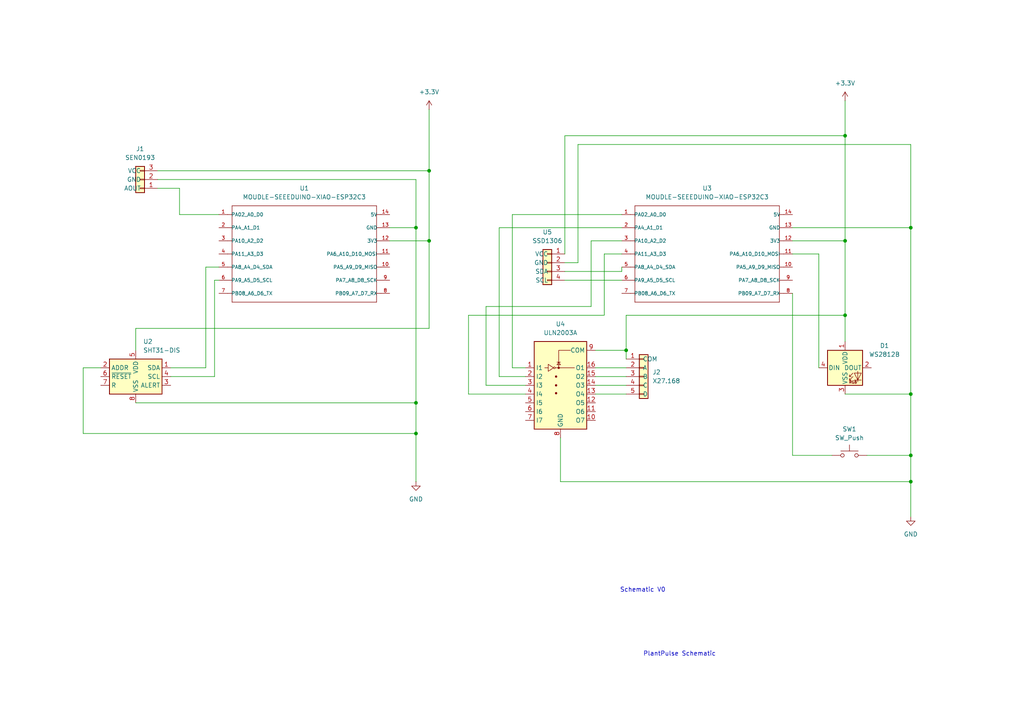
<source format=kicad_sch>
(kicad_sch (version 20250114) (generator "eeschema") (generator_version "9.0")
  (paper "A4")
  (lib_symbols
    (symbol "Connector_Generic:Conn_01x03" (pin_names (offset 1.016))
      (property "Reference" "J1" (at 0 -8.89 0))
      (property "Value" "SEN0193" (at 0 -6.35 0))
      (symbol "Conn_01x03_1_1"
        (rectangle (start -1.27 3.81) (end 1.27 -3.81) (stroke (width 0.254)) (fill (type background)))
        (rectangle (start -1.27 2.667) (end 0 2.413) (stroke (width 0.1524)))
        (rectangle (start -1.27 0.127) (end 0 -0.127) (stroke (width 0.1524)))
        (rectangle (start -1.27 -2.413) (end 0 -2.667) (stroke (width 0.1524)))
        (pin passive line (at -5.08 2.54 0) (length 3.81) (name "AOUT") (number "1"))
        (pin passive line (at -5.08 0 0) (length 3.81) (name "GND") (number "2"))
        (pin passive line (at -5.08 -2.54 0) (length 3.81) (name "VCC") (number "3"))
      )
    )
    (symbol "Connector_Generic:Conn_01x04" (pin_names (offset 1.016))
      (property "Reference" "JW" (at 0 -11.43 0))
      (property "Value" "SSD1306" (at 0 -8.89 0))
      (symbol "Conn_01x04_1_1"
        (rectangle (start -1.27 3.81) (end 1.27 -6.35) (stroke (width 0.254)) (fill (type background)))
        (rectangle (start -1.27 2.667) (end 0 2.413) (stroke (width 0.1524)))
        (rectangle (start -1.27 0.127) (end 0 -0.127) (stroke (width 0.1524)))
        (rectangle (start -1.27 -2.413) (end 0 -2.667) (stroke (width 0.1524)))
        (rectangle (start -1.27 -4.953) (end 0 -5.207) (stroke (width 0.1524)))
        (pin passive line (at -5.08 2.54 0) (length 3.81) (name "SCL") (number "4"))
        (pin passive line (at -5.08 0 0) (length 3.81) (name "SDA") (number "3"))
        (pin passive line (at -5.08 -2.54 0) (length 3.81) (name "GND") (number "2"))
        (pin passive line (at -5.08 -5.08 0) (length 3.81) (name "VCC") (number "1"))
      )
    )
    (symbol "Connector_Generic:Conn_01x05" (pin_names (offset 1.016))
      (property "Reference" "J2" (at 2.54 1.2701 0))
      (property "Value" "X27.168" (at 2.54 -1.2699 0))
      (symbol "Conn_01x05_1_1"
        (rectangle (start -1.27 6.35) (end 1.27 -6.35) (stroke (width 0.254)) (fill (type background)))
        (rectangle (start -1.27 5.207) (end 0 4.953) (stroke (width 0.1524)))
        (rectangle (start -1.27 2.667) (end 0 2.413) (stroke (width 0.1524)))
        (rectangle (start -1.27 0.127) (end 0 -0.127) (stroke (width 0.1524)))
        (rectangle (start -1.27 -2.413) (end 0 -2.667) (stroke (width 0.1524)))
        (rectangle (start -1.27 -4.953) (end 0 -5.207) (stroke (width 0.1524)))
        (pin passive line (at -5.08 5.08 0) (length 3.81) (name "COM") (number "1"))
        (pin passive line (at -5.08 2.54 0) (length 3.81) (name "A") (number "2"))
        (pin passive line (at -5.08 0 0) (length 3.81) (name "B") (number "3"))
        (pin passive line (at -5.08 -2.54 0) (length 3.81) (name "C") (number "4"))
        (pin passive line (at -5.08 -5.08 0) (length 3.81) (name "D") (number "5"))
      )
    )
    (symbol "LED:WS2812B" (pin_names (offset 0.254))
      (property "Reference" "D" (at 5.08 5.715 0))
      (property "Value" "WS2812B" (at 1.27 -5.715 0))
      (symbol "WS2812B_0_0"
        (text "RGB" (at 2.286 -4.191 0) (effects (font (size 0.762 0.762))))
      )
      (symbol "WS2812B_0_1"
        (polyline (pts (xy 1.27 -2.54) (xy 1.778 -2.54)))
        (polyline (pts (xy 1.27 -3.556) (xy 1.778 -3.556)))
        (polyline (pts (xy 2.286 -1.524) (xy 1.27 -2.54) (xy 1.27 -2.032)))
        (polyline (pts (xy 2.286 -2.54) (xy 1.27 -3.556) (xy 1.27 -3.048)))
        (polyline (pts (xy 3.683 -1.016) (xy 3.683 -3.556) (xy 3.683 -4.064)))
        (polyline (pts (xy 4.699 -1.524) (xy 2.667 -1.524) (xy 3.683 -3.556) (xy 4.699 -1.524)))
        (polyline (pts (xy 4.699 -3.556) (xy 2.667 -3.556)))
        (rectangle (start 5.08 5.08) (end -5.08 -5.08) (stroke (width 0.254)) (fill (type background)))
      )
      (symbol "WS2812B_1_1"
        (pin input line (at -7.62 0 0) (length 2.54) (name "DIN") (number "4"))
        (pin power_in line (at 0 7.62 270) (length 2.54) (name "VDD") (number "1"))
        (pin power_in line (at 0 -7.62 90) (length 2.54) (name "VSS") (number "3"))
        (pin output line (at 7.62 0 180) (length 2.54) (name "DOUT") (number "2"))
      )
    )
    (symbol "Sensor_Humidity:SHT31-DIS"
      (property "Reference" "U" (at -6.35 6.35 0))
      (property "Value" "SHT31-DIS" (at 6.35 6.35 0))
      (symbol "SHT31-DIS_0_1"
        (rectangle (start -7.62 5.08) (end 7.62 -5.08) (stroke (width 0.254)) (fill (type background)))
      )
      (symbol "SHT31-DIS_1_1"
        (pin input line (at -10.16 2.54 0) (length 2.54) (name "ADDR") (number "2"))
        (pin input line (at -10.16 0 0) (length 2.54) (name "~{RESET}") (number "6"))
        (pin passive line (at -10.16 -2.54 0) (length 2.54) (name "R") (number "7"))
        (pin power_in line (at 0 7.62 270) (length 2.54) (name "VDD") (number "5"))
        (pin power_in line (at 0 -7.62 90) (length 2.54) (name "VSS") (number "8"))
        (pin passive line (at 0 -7.62 90) (length 2.54) (hide yes) (name "VSS") (number "9"))
        (pin bidirectional line (at 10.16 2.54 180) (length 2.54) (name "SDA") (number "1"))
        (pin input line (at 10.16 0 180) (length 2.54) (name "SCL") (number "4"))
        (pin output line (at 10.16 -2.54 180) (length 2.54) (name "ALERT") (number "3"))
      )
    )
    (symbol "Switch:SW_Push" (pin_numbers (hide yes)) (pin_names (offset 1.016) (hide yes))
      (property "Reference" "SW" (at 1.27 2.54 0))
      (property "Value" "SW_Push" (at 0 -1.524 0))
      (symbol "SW_Push_0_1"
        (circle (center -2.032 0) (radius 0.508))
        (polyline (pts (xy 0 1.27) (xy 0 3.048)))
        (circle (center 2.032 0) (radius 0.508))
        (polyline (pts (xy 2.54 1.27) (xy -2.54 1.27)))
        (pin passive line (at -5.08 0 0) (length 2.54) (name "1") (number "1"))
        (pin passive line (at 5.08 0 180) (length 2.54) (name "2") (number "2"))
      )
    )
    (symbol "Transistor_Array:ULN2003A"
      (property "Reference" "U" (at 0 15.875 0))
      (property "Value" "ULN2003A" (at 0 13.97 0))
      (symbol "ULN2003A_0_1"
        (rectangle (start -7.62 -12.7) (end 7.62 12.7) (stroke (width 0.254)) (fill (type background)))
        (polyline (pts (xy -4.572 5.08) (xy -3.556 5.08)))
        (polyline (pts (xy -3.556 6.096) (xy -3.556 4.064) (xy -2.032 5.08) (xy -3.556 6.096)))
        (circle (center -1.778 5.08) (radius 0.254))
        (polyline (pts (xy -1.524 5.08) (xy 4.064 5.08)))
        (circle (center -1.27 2.54) (radius 0.254) (fill (type outline)))
        (circle (center -1.27 0) (radius 0.254) (fill (type outline)))
        (circle (center -1.27 -2.286) (radius 0.254) (fill (type outline)))
        (circle (center -0.508 5.08) (radius 0.254) (fill (type outline)))
        (polyline (pts (xy -0.508 5.08) (xy -0.508 10.16) (xy 2.921 10.16)))
        (polyline (pts (xy 0 6.731) (xy -1.016 6.731)))
        (polyline (pts (xy 0 5.969) (xy -1.016 5.969) (xy -0.508 6.731) (xy 0 5.969)))
      )
      (symbol "ULN2003A_1_1"
        (pin input line (at -10.16 5.08 0) (length 2.54) (name "I1") (number "1"))
        (pin input line (at -10.16 2.54 0) (length 2.54) (name "I2") (number "2"))
        (pin input line (at -10.16 0 0) (length 2.54) (name "I3") (number "3"))
        (pin input line (at -10.16 -2.54 0) (length 2.54) (name "I4") (number "4"))
        (pin input line (at -10.16 -5.08 0) (length 2.54) (name "I5") (number "5"))
        (pin input line (at -10.16 -7.62 0) (length 2.54) (name "I6") (number "6"))
        (pin input line (at -10.16 -10.16 0) (length 2.54) (name "I7") (number "7"))
        (pin power_in line (at 0 -15.24 90) (length 2.54) (name "GND") (number "8"))
        (pin passive line (at 10.16 10.16 180) (length 2.54) (name "COM") (number "9"))
        (pin open_collector line (at 10.16 5.08 180) (length 2.54) (name "O1") (number "16"))
        (pin open_collector line (at 10.16 2.54 180) (length 2.54) (name "O2") (number "15"))
        (pin open_collector line (at 10.16 0 180) (length 2.54) (name "O3") (number "14"))
        (pin open_collector line (at 10.16 -2.54 180) (length 2.54) (name "O4") (number "13"))
        (pin open_collector line (at 10.16 -5.08 180) (length 2.54) (name "O5") (number "12"))
        (pin open_collector line (at 10.16 -7.62 180) (length 2.54) (name "O6") (number "11"))
        (pin open_collector line (at 10.16 -10.16 180) (length 2.54) (name "O7") (number "10"))
      )
    )
    (symbol "XIAo-ESP32-C3:MOUDLE-SEEEDUINO-XIAO-ESP32C3" (pin_names (offset 1.016))
      (property "Reference" "U" (at -21.59 15.24 0))
      (property "Value" "MOUDLE-SEEEDUINO-XIAO-ESP32C3" (at -21.59 13.97 0))
      (symbol "MOUDLE-SEEEDUINO-XIAO-ESP32C3_0_0"
        (polyline (pts (xy -21.59 13.97) (xy 20.32 13.97)) (stroke (width 0.1524)))
        (polyline (pts (xy -21.59 11.43) (xy -22.86 11.43)) (stroke (width 0.1524)))
        (polyline (pts (xy -21.59 11.43) (xy -21.59 13.97)) (stroke (width 0.1524)))
        (polyline (pts (xy -21.59 7.62) (xy -22.86 7.62)) (stroke (width 0.1524)))
        (polyline (pts (xy -21.59 7.62) (xy -21.59 11.43)) (stroke (width 0.1524)))
        (polyline (pts (xy -21.59 3.81) (xy -22.86 3.81)) (stroke (width 0.1524)))
        (polyline (pts (xy -21.59 3.81) (xy -21.59 7.62)) (stroke (width 0.1524)))
        (polyline (pts (xy -21.59 0) (xy -22.86 0)) (stroke (width 0.1524)))
        (polyline (pts (xy -21.59 0) (xy -21.59 3.81)) (stroke (width 0.1524)))
        (polyline (pts (xy -21.59 -3.81) (xy -22.86 -3.81)) (stroke (width 0.1524)))
        (polyline (pts (xy -21.59 -7.62) (xy -22.86 -7.62)) (stroke (width 0.1524)))
        (polyline (pts (xy -21.59 -11.43) (xy -22.86 -11.43)) (stroke (width 0.1524)))
        (polyline (pts (xy -21.59 -13.97) (xy -21.59 0)) (stroke (width 0.1524)))
        (polyline (pts (xy 20.32 13.97) (xy 20.32 11.43)) (stroke (width 0.1524)))
        (polyline (pts (xy 20.32 11.43) (xy 20.32 7.62)) (stroke (width 0.1524)))
        (polyline (pts (xy 20.32 7.62) (xy 20.32 3.81)) (stroke (width 0.1524)))
        (polyline (pts (xy 20.32 3.81) (xy 20.32 -13.97)) (stroke (width 0.1524)))
        (polyline (pts (xy 20.32 -13.97) (xy -21.59 -13.97)) (stroke (width 0.1524)))
        (polyline (pts (xy 21.59 11.43) (xy 20.32 11.43)) (stroke (width 0.1524)))
        (polyline (pts (xy 21.59 7.62) (xy 20.32 7.62)) (stroke (width 0.1524)))
        (polyline (pts (xy 21.59 3.81) (xy 20.32 3.81)) (stroke (width 0.1524)))
        (polyline (pts (xy 21.59 0) (xy 20.32 0)) (stroke (width 0.1524)))
        (polyline (pts (xy 21.59 -3.81) (xy 20.32 -3.81)) (stroke (width 0.1524)))
        (polyline (pts (xy 21.59 -7.62) (xy 20.32 -7.62)) (stroke (width 0.1524)))
        (polyline (pts (xy 21.59 -11.43) (xy 20.32 -11.43)) (stroke (width 0.1524)))
        (pin bidirectional line (at -25.4 11.43 0) (length 2.54) (name "PA02_A0_D0") (number "1"))
        (pin bidirectional line (at -25.4 7.62 0) (length 2.54) (name "PA4_A1_D1") (number "2"))
        (pin bidirectional line (at -25.4 3.81 0) (length 2.54) (name "PA10_A2_D2") (number "3"))
        (pin bidirectional line (at -25.4 0 0) (length 2.54) (name "PA11_A3_D3") (number "4"))
        (pin bidirectional line (at -25.4 -3.81 0) (length 2.54) (name "PA8_A4_D4_SDA") (number "5"))
        (pin bidirectional line (at -25.4 -7.62 0) (length 2.54) (name "PA9_A5_D5_SCL") (number "6"))
        (pin bidirectional line (at -25.4 -11.43 0) (length 2.54) (name "PB08_A6_D6_TX") (number "7"))
        (pin bidirectional line (at 24.13 11.43 180) (length 2.54) (name "5V") (number "14"))
        (pin bidirectional line (at 24.13 7.62 180) (length 2.54) (name "GND") (number "13"))
        (pin bidirectional line (at 24.13 3.81 180) (length 2.54) (name "3V3") (number "12"))
        (pin bidirectional line (at 24.13 0 180) (length 2.54) (name "PA6_A10_D10_MOSI") (number "11"))
        (pin bidirectional line (at 24.13 -3.81 180) (length 2.54) (name "PA5_A9_D9_MISO") (number "10"))
        (pin bidirectional line (at 24.13 -7.62 180) (length 2.54) (name "PA7_A8_D8_SCK") (number "9"))
        (pin bidirectional line (at 24.13 -11.43 180) (length 2.54) (name "PB09_A7_D7_RX") (number "8"))
      )
    )
    (symbol "power:+3.3V" (power) (pin_numbers (hide yes)) (pin_names (offset 0) (hide yes))
      (property "Value" "+3.3V" (at 0 3.556 0))
      (symbol "+3.3V_0_1"
        (polyline (pts (xy -0.762 1.27) (xy 0 2.54)))
        (polyline (pts (xy 0 2.54) (xy 0.762 1.27)))
        (polyline (pts (xy 0 0) (xy 0 2.54)))
      )
      (symbol "+3.3V_1_1"
        (pin power_in line (at 0 0 90) (length 0) (name "~") (number "1"))
      )
    )
    (symbol "power:GND" (power) (pin_numbers (hide yes)) (pin_names (offset 0) (hide yes))
      (property "Value" "GND" (at 0 -3.81 0))
      (symbol "GND_0_1"
        (polyline (pts (xy 0 0) (xy 0 -1.27) (xy 1.27 -1.27) (xy 0 -2.54) (xy -1.27 -1.27) (xy 0 -1.27)))
      )
      (symbol "GND_1_1"
        (pin power_in line (at 0 0 270) (length 0) (name "~") (number "1"))
      )
    )
  )
  (text "PlantPulse Schematic" (at 197.104 189.738 0) (effects (font (size 1.27 1.27))))
  (text "Schematic V0" (at 186.436 171.196 0) (effects (font (size 1.27 1.27))))
  (junction (at 124.46 49.53))
  (junction (at 264.16 132.08))
  (junction (at 264.16 114.3))
  (junction (at 124.46 69.85))
  (junction (at 120.65 125.73))
  (junction (at 245.11 91.44))
  (junction (at 264.16 139.7))
  (junction (at 181.61 101.6))
  (junction (at 120.65 66.04))
  (junction (at 245.11 39.37))
  (junction (at 264.16 66.04))
  (junction (at 120.65 116.84))
  (junction (at 245.11 69.85))
  (wire (pts (xy 49.53 109.22) (xy 62.23 109.22)))
  (wire (pts (xy 113.03 69.85) (xy 124.46 69.85)))
  (wire (pts (xy 171.45 88.9) (xy 140.97 88.9)))
  (wire (pts (xy 180.34 66.04) (xy 144.78 66.04)))
  (wire (pts (xy 120.65 125.73) (xy 120.65 139.7)))
  (wire (pts (xy 175.26 91.44) (xy 135.89 91.44)))
  (wire (pts (xy 52.07 62.23) (xy 63.5 62.23)))
  (wire (pts (xy 24.13 125.73) (xy 120.65 125.73)))
  (wire (pts (xy 180.34 62.23) (xy 148.59 62.23)))
  (wire (pts (xy 264.16 132.08) (xy 264.16 139.7)))
  (wire (pts (xy 229.87 132.08) (xy 229.87 85.09)))
  (wire (pts (xy 237.49 73.66) (xy 237.49 106.68)))
  (wire (pts (xy 172.72 101.6) (xy 181.61 101.6)))
  (wire (pts (xy 264.16 139.7) (xy 264.16 149.86)))
  (wire (pts (xy 124.46 69.85) (xy 124.46 49.53)))
  (wire (pts (xy 52.07 54.61) (xy 52.07 62.23)))
  (wire (pts (xy 229.87 66.04) (xy 264.16 66.04)))
  (wire (pts (xy 264.16 114.3) (xy 245.11 114.3)))
  (wire (pts (xy 172.72 114.3) (xy 181.61 114.3)))
  (wire (pts (xy 120.65 116.84) (xy 39.37 116.84)))
  (wire (pts (xy 63.5 77.47) (xy 59.69 77.47)))
  (wire (pts (xy 62.23 81.28) (xy 62.23 109.22)))
  (wire (pts (xy 45.72 54.61) (xy 52.07 54.61)))
  (wire (pts (xy 140.97 88.9) (xy 140.97 111.76)))
  (wire (pts (xy 162.56 127) (xy 162.56 139.7)))
  (wire (pts (xy 264.16 132.08) (xy 251.46 132.08)))
  (wire (pts (xy 120.65 66.04) (xy 120.65 52.07)))
  (wire (pts (xy 148.59 62.23) (xy 148.59 106.68)))
  (wire (pts (xy 167.64 41.91) (xy 264.16 41.91)))
  (wire (pts (xy 241.3 132.08) (xy 229.87 132.08)))
  (wire (pts (xy 181.61 91.44) (xy 245.11 91.44)))
  (wire (pts (xy 24.13 106.68) (xy 24.13 125.73)))
  (wire (pts (xy 171.45 69.85) (xy 171.45 88.9)))
  (wire (pts (xy 120.65 52.07) (xy 45.72 52.07)))
  (wire (pts (xy 148.59 106.68) (xy 152.4 106.68)))
  (wire (pts (xy 135.89 114.3) (xy 152.4 114.3)))
  (wire (pts (xy 180.34 78.74) (xy 180.34 77.47)))
  (wire (pts (xy 113.03 66.04) (xy 120.65 66.04)))
  (wire (pts (xy 163.83 81.28) (xy 180.34 81.28)))
  (wire (pts (xy 144.78 66.04) (xy 144.78 109.22)))
  (wire (pts (xy 120.65 125.73) (xy 120.65 116.84)))
  (wire (pts (xy 140.97 111.76) (xy 152.4 111.76)))
  (wire (pts (xy 162.56 139.7) (xy 264.16 139.7)))
  (wire (pts (xy 181.61 104.14) (xy 181.61 101.6)))
  (wire (pts (xy 180.34 69.85) (xy 171.45 69.85)))
  (wire (pts (xy 124.46 49.53) (xy 45.72 49.53)))
  (wire (pts (xy 59.69 77.47) (xy 59.69 106.68)))
  (wire (pts (xy 264.16 114.3) (xy 264.16 132.08)))
  (wire (pts (xy 39.37 95.25) (xy 39.37 101.6)))
  (wire (pts (xy 59.69 106.68) (xy 49.53 106.68)))
  (wire (pts (xy 264.16 66.04) (xy 264.16 114.3)))
  (wire (pts (xy 229.87 69.85) (xy 245.11 69.85)))
  (wire (pts (xy 120.65 66.04) (xy 120.65 116.84)))
  (wire (pts (xy 63.5 81.28) (xy 62.23 81.28)))
  (wire (pts (xy 167.64 41.91) (xy 167.64 76.2)))
  (wire (pts (xy 135.89 91.44) (xy 135.89 114.3)))
  (wire (pts (xy 172.72 106.68) (xy 181.61 106.68)))
  (wire (pts (xy 29.21 106.68) (xy 24.13 106.68)))
  (wire (pts (xy 172.72 109.22) (xy 181.61 109.22)))
  (wire (pts (xy 163.83 78.74) (xy 180.34 78.74)))
  (wire (pts (xy 175.26 73.66) (xy 175.26 91.44)))
  (wire (pts (xy 124.46 69.85) (xy 124.46 95.25)))
  (wire (pts (xy 245.11 39.37) (xy 163.83 39.37)))
  (wire (pts (xy 245.11 91.44) (xy 245.11 99.06)))
  (wire (pts (xy 144.78 109.22) (xy 152.4 109.22)))
  (wire (pts (xy 229.87 73.66) (xy 237.49 73.66)))
  (wire (pts (xy 124.46 31.75) (xy 124.46 49.53)))
  (wire (pts (xy 181.61 101.6) (xy 181.61 91.44)))
  (wire (pts (xy 245.11 69.85) (xy 245.11 39.37)))
  (wire (pts (xy 172.72 111.76) (xy 181.61 111.76)))
  (wire (pts (xy 167.64 76.2) (xy 163.83 76.2)))
  (wire (pts (xy 245.11 29.21) (xy 245.11 39.37)))
  (wire (pts (xy 245.11 69.85) (xy 245.11 91.44)))
  (wire (pts (xy 163.83 39.37) (xy 163.83 73.66)))
  (wire (pts (xy 264.16 41.91) (xy 264.16 66.04)))
  (wire (pts (xy 124.46 95.25) (xy 39.37 95.25)))
  (wire (pts (xy 180.34 73.66) (xy 175.26 73.66)))
  (symbol (lib_id "XIAo-ESP32-C3:MOUDLE-SEEEDUINO-XIAO-ESP32C3") (at 88.9 73.66 0) (unit 1)
    (property "Reference" "U1" (at 88.265 54.61 0))
    (property "Value" "MOUDLE-SEEEDUINO-XIAO-ESP32C3" (at 88.265 57.15 0))
    (property "Footprint" "MOUDLE14P-SMD-2.54-21X17.8MM" (effects (hide yes)))
  )
  (symbol (lib_id "Connector_Generic:Conn_01x05") (at 186.69 109.22 0) (unit 1)
    (property "Reference" "J2" (at 189.23 107.9499 0) (effects (justify left)))
    (property "Value" "X27.168" (at 189.23 110.4899 0) (effects (justify left)))
    (property "Description" "Generic connector, single row, 01x05, script generated (kicad-library-utils/schlib/autogen/connector/)" (effects (hide yes)))
  )
  (symbol (lib_id "power:GND") (at 120.65 139.7 0) (unit 1)
    (property "Reference" "#PWR02" (effects (hide yes)))
    (property "Value" "GND" (at 120.65 144.78 0))
    (property "Description" "Power symbol creates a global label with name \"GND\" , ground" (effects (hide yes)))
  )
  (symbol (lib_id "power:+3.3V") (at 245.11 29.21 0) (unit 1)
    (property "Reference" "#PWR04" (effects (hide yes)))
    (property "Value" "+3.3V" (at 245.11 24.13 0))
    (property "Description" "Power symbol creates a global label with name \"+3.3V\"" (effects (hide yes)))
  )
  (symbol (lib_id "Connector_Generic:Conn_01x03") (at 40.64 52.07 180) (unit 1)
    (property "Reference" "J1" (at 40.64 43.18 0))
    (property "Value" "SEN0193" (at 40.64 45.72 0))
    (property "Description" "Generic connector, single row, 01x03, script generated (kicad-library-utils/schlib/autogen/connector/)" (effects (hide yes)))
  )
  (symbol (lib_id "Connector_Generic:Conn_01x04") (at 158.75 78.74 180) (unit 1)
    (property "Reference" "U5" (at 158.75 67.31 0))
    (property "Value" "SSD1306" (at 158.75 69.85 0))
    (property "Description" "Generic connector, single row, 01x04, script generated (kicad-library-utils/schlib/autogen/connector/)" (effects (hide yes)))
  )
  (symbol (lib_id "XIAo-ESP32-C3:MOUDLE-SEEEDUINO-XIAO-ESP32C3") (at 205.74 73.66 0) (unit 1)
    (property "Reference" "U3" (at 205.105 54.61 0))
    (property "Value" "MOUDLE-SEEEDUINO-XIAO-ESP32C3" (at 205.105 57.15 0))
    (property "Footprint" "MOUDLE14P-SMD-2.54-21X17.8MM" (effects (hide yes)))
  )
  (symbol (lib_id "power:GND") (at 264.16 149.86 0) (unit 1)
    (property "Reference" "#PWR03" (effects (hide yes)))
    (property "Value" "GND" (at 264.16 154.94 0))
    (property "Description" "Power symbol creates a global label with name \"GND\" , ground" (effects (hide yes)))
  )
  (symbol (lib_id "power:+3.3V") (at 124.46 31.75 0) (unit 1)
    (property "Reference" "#PWR01" (effects (hide yes)))
    (property "Value" "+3.3V" (at 124.46 26.67 0))
    (property "Description" "Power symbol creates a global label with name \"+3.3V\"" (effects (hide yes)))
  )
  (symbol (lib_id "LED:WS2812B") (at 245.11 106.68 0) (unit 1)
    (property "Reference" "D1" (at 256.54 100.2598 0))
    (property "Value" "WS2812B" (at 256.54 102.7998 0))
    (property "Footprint" "LED_SMD:LED_WS2812B_PLCC4_5.0x5.0mm_P3.2mm" (effects (hide yes)))
    (property "Datasheet" "https://cdn-shop.adafruit.com/datasheets/WS2812B.pdf" (effects (hide yes)))
    (property "Description" "RGB LED with integrated controller" (effects (hide yes)))
  )
  (symbol (lib_id "Transistor_Array:ULN2003A") (at 162.56 111.76 0) (unit 1)
    (property "Reference" "U4" (at 162.56 93.98 0))
    (property "Value" "ULN2003A" (at 162.56 96.52 0))
    (property "Datasheet" "http://www.ti.com/lit/ds/symlink/uln2003a.pdf" (effects (hide yes)))
    (property "Description" "High Voltage, High Current Darlington Transistor Arrays, SOIC16/SOIC16W/DIP16/TSSOP16" (effects (hide yes)))
  )
  (symbol (lib_id "Sensor_Humidity:SHT31-DIS") (at 39.37 109.22 0) (unit 1)
    (property "Reference" "U2" (at 41.5133 99.06 0) (effects (justify left)))
    (property "Value" "SHT31-DIS" (at 41.5133 101.6 0) (effects (justify left)))
    (property "Footprint" "Sensor_Humidity:Sensirion_DFN-8-1EP_2.5x2.5mm_P0.5mm_EP1.1x1.7mm" (effects (hide yes)))
    (property "Datasheet" "https://www.sensirion.com/fileadmin/user_upload/customers/sensirion/Dokumente/2_Humidity_Sensors/Datasheets/Sensirion_Humidity_Sensors_SHT3x_Datasheet_digital.pdf" (effects (hide yes)))
    (property "Description" "I²C humidity and temperature sensor, ±2%RH, ±0.2°C, DFN-8" (effects (hide yes)))
  )
  (symbol (lib_id "Switch:SW_Push") (at 246.38 132.08 0) (unit 1)
    (property "Reference" "SW1" (at 246.38 124.46 0))
    (property "Value" "SW_Push" (at 246.38 127 0))
    (property "Description" "Push button switch, generic, two pins" (effects (hide yes)))
  )
)
</source>
